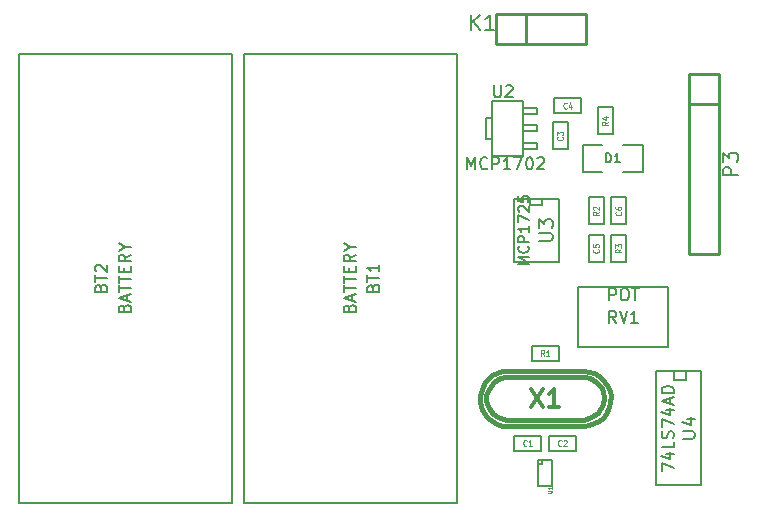
<source format=gto>
%FSLAX46Y46*%
G04 Gerber Fmt 4.6, Leading zero omitted, Abs format (unit mm)*
G04 Created by KiCad (PCBNEW (2014-jul-16 BZR unknown)-product) date ons  6 aug 2014 17:41:11*
%MOMM*%
G01*
G04 APERTURE LIST*
%ADD10C,0.150000*%
%ADD11C,0.127000*%
%ADD12C,0.254000*%
%ADD13C,0.203200*%
%ADD14C,0.381000*%
%ADD15C,0.114300*%
%ADD16C,0.060960*%
%ADD17C,0.200660*%
%ADD18C,0.304800*%
%ADD19C,0.152400*%
G04 APERTURE END LIST*
D10*
X163830000Y-85140000D02*
X172830000Y-85140000D01*
X172830000Y-85140000D02*
X172830000Y-123140000D01*
X172830000Y-123140000D02*
X163830000Y-123140000D01*
X163830000Y-123140000D02*
X154830000Y-123140000D01*
X154830000Y-123140000D02*
X154830000Y-85140000D01*
X154830000Y-85140000D02*
X163830000Y-85140000D01*
X144780000Y-123140000D02*
X135780000Y-123140000D01*
X135780000Y-123140000D02*
X135780000Y-85140000D01*
X135780000Y-85140000D02*
X144780000Y-85140000D01*
X144780000Y-85140000D02*
X153780000Y-85140000D01*
X153780000Y-85140000D02*
X153780000Y-123140000D01*
X153780000Y-123140000D02*
X144780000Y-123140000D01*
D11*
X179993000Y-118735000D02*
X177707000Y-118735000D01*
X177707000Y-118735000D02*
X177707000Y-117465000D01*
X177707000Y-117465000D02*
X179993000Y-117465000D01*
X179993000Y-117465000D02*
X179993000Y-118735000D01*
X182245000Y-90932000D02*
X182245000Y-93218000D01*
X182245000Y-93218000D02*
X180975000Y-93218000D01*
X180975000Y-93218000D02*
X180975000Y-90932000D01*
X180975000Y-90932000D02*
X182245000Y-90932000D01*
X181102000Y-88900000D02*
X183388000Y-88900000D01*
X183388000Y-88900000D02*
X183388000Y-90170000D01*
X183388000Y-90170000D02*
X181102000Y-90170000D01*
X181102000Y-90170000D02*
X181102000Y-88900000D01*
X185293000Y-100457000D02*
X185293000Y-102743000D01*
X185293000Y-102743000D02*
X184023000Y-102743000D01*
X184023000Y-102743000D02*
X184023000Y-100457000D01*
X184023000Y-100457000D02*
X185293000Y-100457000D01*
X187198000Y-97282000D02*
X187198000Y-99568000D01*
X187198000Y-99568000D02*
X185928000Y-99568000D01*
X185928000Y-99568000D02*
X185928000Y-97282000D01*
X185928000Y-97282000D02*
X187198000Y-97282000D01*
X188595000Y-95123000D02*
X188595000Y-92837000D01*
X188595000Y-92837000D02*
X186944000Y-92837000D01*
X185166000Y-95123000D02*
X183515000Y-95123000D01*
X183515000Y-95123000D02*
X183515000Y-92837000D01*
X183515000Y-92837000D02*
X185166000Y-92837000D01*
X186944000Y-95123000D02*
X188595000Y-95123000D01*
D12*
X178730000Y-84270000D02*
X183810000Y-84270000D01*
X183810000Y-84270000D02*
X183810000Y-81730000D01*
X183810000Y-81730000D02*
X178730000Y-81730000D01*
X176190000Y-81730000D02*
X178730000Y-81730000D01*
X178730000Y-81730000D02*
X178730000Y-84270000D01*
X176190000Y-81730000D02*
X176190000Y-84270000D01*
X176190000Y-84270000D02*
X178730000Y-84270000D01*
X195072000Y-89408000D02*
X195072000Y-102108000D01*
X195072000Y-102108000D02*
X192532000Y-102108000D01*
X192532000Y-102108000D02*
X192532000Y-89408000D01*
X195072000Y-86868000D02*
X195072000Y-89408000D01*
X195072000Y-89408000D02*
X192532000Y-89408000D01*
X195072000Y-86868000D02*
X192532000Y-86868000D01*
X192532000Y-86868000D02*
X192532000Y-89408000D01*
D11*
X181483000Y-111125000D02*
X179197000Y-111125000D01*
X179197000Y-111125000D02*
X179197000Y-109855000D01*
X179197000Y-109855000D02*
X181483000Y-109855000D01*
X181483000Y-109855000D02*
X181483000Y-111125000D01*
X185293000Y-97282000D02*
X185293000Y-99568000D01*
X185293000Y-99568000D02*
X184023000Y-99568000D01*
X184023000Y-99568000D02*
X184023000Y-97282000D01*
X184023000Y-97282000D02*
X185293000Y-97282000D01*
X187198000Y-100457000D02*
X187198000Y-102743000D01*
X187198000Y-102743000D02*
X185928000Y-102743000D01*
X185928000Y-102743000D02*
X185928000Y-100457000D01*
X185928000Y-100457000D02*
X187198000Y-100457000D01*
X186055000Y-89662000D02*
X186055000Y-91948000D01*
X186055000Y-91948000D02*
X184785000Y-91948000D01*
X184785000Y-91948000D02*
X184785000Y-89662000D01*
X184785000Y-89662000D02*
X186055000Y-89662000D01*
D10*
X190754000Y-104902000D02*
X190754000Y-109982000D01*
X190754000Y-109982000D02*
X183134000Y-109982000D01*
X183134000Y-109982000D02*
X183134000Y-104902000D01*
X183134000Y-104902000D02*
X190754000Y-104902000D01*
X180040000Y-119550000D02*
X180040000Y-119850000D01*
X180040000Y-119850000D02*
X179740000Y-119850000D01*
X179740000Y-121750000D02*
X180940000Y-121750000D01*
X180940000Y-119550000D02*
X179740000Y-119550000D01*
X179740000Y-119550000D02*
X179740000Y-121750000D01*
X180940000Y-121750000D02*
X180940000Y-119550000D01*
D11*
X179666900Y-90195400D02*
X179666900Y-89687400D01*
X179666900Y-89687400D02*
X178473100Y-89687400D01*
X179666900Y-90195400D02*
X178473100Y-90195400D01*
X179666900Y-91694000D02*
X178473100Y-91694000D01*
X179666900Y-91186000D02*
X178473100Y-91186000D01*
X179666900Y-91694000D02*
X179666900Y-91186000D01*
X179666900Y-93192600D02*
X179666900Y-92684600D01*
X179666900Y-92684600D02*
X178473100Y-92684600D01*
X179666900Y-93192600D02*
X178473100Y-93192600D01*
X175361600Y-92341700D02*
X175361600Y-90538300D01*
X175361600Y-90538300D02*
X175856900Y-90538300D01*
X175361600Y-92341700D02*
X175856900Y-92341700D01*
X178473100Y-93738700D02*
X175856900Y-93738700D01*
X175856900Y-93738700D02*
X175856900Y-89141300D01*
X175856900Y-89141300D02*
X178473100Y-89141300D01*
X178473100Y-89141300D02*
X178473100Y-93738700D01*
D13*
X193548000Y-112014000D02*
X193548000Y-121666000D01*
X193548000Y-121666000D02*
X189738000Y-121666000D01*
X189738000Y-121666000D02*
X189738000Y-112014000D01*
X189738000Y-112014000D02*
X193548000Y-112014000D01*
X192278000Y-112014000D02*
X192278000Y-112776000D01*
X192278000Y-112776000D02*
X191262000Y-112776000D01*
X191262000Y-112776000D02*
X191262000Y-112014000D01*
D14*
X185039000Y-113299240D02*
X185239660Y-113700560D01*
X185239660Y-113700560D02*
X185341260Y-114300000D01*
X185341260Y-114300000D02*
X185239660Y-114800380D01*
X185239660Y-114800380D02*
X184840880Y-115498880D01*
X184840880Y-115498880D02*
X184238900Y-115900200D01*
X184238900Y-115900200D02*
X183639460Y-116100860D01*
X183639460Y-116100860D02*
X177040540Y-116100860D01*
X177040540Y-116100860D02*
X176339500Y-115900200D01*
X176339500Y-115900200D02*
X175940720Y-115600480D01*
X175940720Y-115600480D02*
X175539400Y-115100100D01*
X175539400Y-115100100D02*
X175338740Y-114500660D01*
X175338740Y-114500660D02*
X175338740Y-114000280D01*
X175338740Y-114000280D02*
X175539400Y-113499900D01*
X175539400Y-113499900D02*
X176039780Y-112900460D01*
X176039780Y-112900460D02*
X176540160Y-112600740D01*
X176540160Y-112600740D02*
X177040540Y-112499140D01*
X177139600Y-112499140D02*
X183741060Y-112499140D01*
X183741060Y-112499140D02*
X184139840Y-112600740D01*
X184139840Y-112600740D02*
X184640220Y-112900460D01*
X184640220Y-112900460D02*
X185140600Y-113400840D01*
X177149760Y-111970820D02*
X176690020Y-112019080D01*
X176690020Y-112019080D02*
X176291240Y-112130840D01*
X176291240Y-112130840D02*
X175859440Y-112349280D01*
X175859440Y-112349280D02*
X175569880Y-112580420D01*
X175569880Y-112580420D02*
X175239680Y-112930940D01*
X175239680Y-112930940D02*
X174950120Y-113469420D01*
X174950120Y-113469420D02*
X174820580Y-114068860D01*
X174820580Y-114068860D02*
X174820580Y-114579400D01*
X174820580Y-114579400D02*
X174990760Y-115280440D01*
X174990760Y-115280440D02*
X175389540Y-115869720D01*
X175389540Y-115869720D02*
X175849280Y-116240560D01*
X175849280Y-116240560D02*
X176270920Y-116448840D01*
X176270920Y-116448840D02*
X176720500Y-116608860D01*
X176720500Y-116608860D02*
X177159920Y-116639340D01*
X184500520Y-116420900D02*
X184878980Y-116199920D01*
X184878980Y-116199920D02*
X185199020Y-115920520D01*
X185199020Y-115920520D02*
X185450480Y-115590320D01*
X185450480Y-115590320D02*
X185750200Y-115039140D01*
X185750200Y-115039140D02*
X185859420Y-114569240D01*
X185859420Y-114569240D02*
X185879740Y-114109500D01*
X185879740Y-114109500D02*
X185790840Y-113649760D01*
X185790840Y-113649760D02*
X185600340Y-113200180D01*
X185600340Y-113200180D02*
X185239660Y-112730280D01*
X185239660Y-112730280D02*
X184889140Y-112410240D01*
X184889140Y-112410240D02*
X184500520Y-112179100D01*
X184500520Y-112179100D02*
X184071260Y-112039400D01*
X184071260Y-112039400D02*
X183629300Y-111970820D01*
X177139600Y-116629180D02*
X183591200Y-116629180D01*
X183591200Y-116629180D02*
X184010300Y-116591080D01*
X184010300Y-116591080D02*
X184500520Y-116420900D01*
X177139600Y-111970820D02*
X183591200Y-111970820D01*
D11*
X180657000Y-117465000D02*
X182943000Y-117465000D01*
X182943000Y-117465000D02*
X182943000Y-118735000D01*
X182943000Y-118735000D02*
X180657000Y-118735000D01*
X180657000Y-118735000D02*
X180657000Y-117465000D01*
X177800000Y-97409000D02*
X177673000Y-97409000D01*
X177673000Y-97409000D02*
X177673000Y-102743000D01*
X181483000Y-102743000D02*
X181483000Y-97409000D01*
X181483000Y-97409000D02*
X177800000Y-97409000D01*
X180086000Y-97409000D02*
X180086000Y-97917000D01*
X180086000Y-97917000D02*
X179070000Y-97917000D01*
X179070000Y-97917000D02*
X179070000Y-97409000D01*
X181483000Y-102743000D02*
X177673000Y-102743000D01*
D10*
X165758571Y-104925714D02*
X165806190Y-104782857D01*
X165853810Y-104735238D01*
X165949048Y-104687619D01*
X166091905Y-104687619D01*
X166187143Y-104735238D01*
X166234762Y-104782857D01*
X166282381Y-104878095D01*
X166282381Y-105259048D01*
X165282381Y-105259048D01*
X165282381Y-104925714D01*
X165330000Y-104830476D01*
X165377619Y-104782857D01*
X165472857Y-104735238D01*
X165568095Y-104735238D01*
X165663333Y-104782857D01*
X165710952Y-104830476D01*
X165758571Y-104925714D01*
X165758571Y-105259048D01*
X165282381Y-104401905D02*
X165282381Y-103830476D01*
X166282381Y-104116191D02*
X165282381Y-104116191D01*
X166282381Y-102973333D02*
X166282381Y-103544762D01*
X166282381Y-103259048D02*
X165282381Y-103259048D01*
X165425238Y-103354286D01*
X165520476Y-103449524D01*
X165568095Y-103544762D01*
X163758571Y-106640000D02*
X163806190Y-106497143D01*
X163853810Y-106449524D01*
X163949048Y-106401905D01*
X164091905Y-106401905D01*
X164187143Y-106449524D01*
X164234762Y-106497143D01*
X164282381Y-106592381D01*
X164282381Y-106973334D01*
X163282381Y-106973334D01*
X163282381Y-106640000D01*
X163330000Y-106544762D01*
X163377619Y-106497143D01*
X163472857Y-106449524D01*
X163568095Y-106449524D01*
X163663333Y-106497143D01*
X163710952Y-106544762D01*
X163758571Y-106640000D01*
X163758571Y-106973334D01*
X163996667Y-106020953D02*
X163996667Y-105544762D01*
X164282381Y-106116191D02*
X163282381Y-105782858D01*
X164282381Y-105449524D01*
X163282381Y-105259048D02*
X163282381Y-104687619D01*
X164282381Y-104973334D02*
X163282381Y-104973334D01*
X163282381Y-104497143D02*
X163282381Y-103925714D01*
X164282381Y-104211429D02*
X163282381Y-104211429D01*
X163758571Y-103592381D02*
X163758571Y-103259047D01*
X164282381Y-103116190D02*
X164282381Y-103592381D01*
X163282381Y-103592381D01*
X163282381Y-103116190D01*
X164282381Y-102116190D02*
X163806190Y-102449524D01*
X164282381Y-102687619D02*
X163282381Y-102687619D01*
X163282381Y-102306666D01*
X163330000Y-102211428D01*
X163377619Y-102163809D01*
X163472857Y-102116190D01*
X163615714Y-102116190D01*
X163710952Y-102163809D01*
X163758571Y-102211428D01*
X163806190Y-102306666D01*
X163806190Y-102687619D01*
X163806190Y-101497143D02*
X164282381Y-101497143D01*
X163282381Y-101830476D02*
X163806190Y-101497143D01*
X163282381Y-101163809D01*
X142708571Y-104925714D02*
X142756190Y-104782857D01*
X142803810Y-104735238D01*
X142899048Y-104687619D01*
X143041905Y-104687619D01*
X143137143Y-104735238D01*
X143184762Y-104782857D01*
X143232381Y-104878095D01*
X143232381Y-105259048D01*
X142232381Y-105259048D01*
X142232381Y-104925714D01*
X142280000Y-104830476D01*
X142327619Y-104782857D01*
X142422857Y-104735238D01*
X142518095Y-104735238D01*
X142613333Y-104782857D01*
X142660952Y-104830476D01*
X142708571Y-104925714D01*
X142708571Y-105259048D01*
X142232381Y-104401905D02*
X142232381Y-103830476D01*
X143232381Y-104116191D02*
X142232381Y-104116191D01*
X142327619Y-103544762D02*
X142280000Y-103497143D01*
X142232381Y-103401905D01*
X142232381Y-103163809D01*
X142280000Y-103068571D01*
X142327619Y-103020952D01*
X142422857Y-102973333D01*
X142518095Y-102973333D01*
X142660952Y-103020952D01*
X143232381Y-103592381D01*
X143232381Y-102973333D01*
X144708571Y-106640000D02*
X144756190Y-106497143D01*
X144803810Y-106449524D01*
X144899048Y-106401905D01*
X145041905Y-106401905D01*
X145137143Y-106449524D01*
X145184762Y-106497143D01*
X145232381Y-106592381D01*
X145232381Y-106973334D01*
X144232381Y-106973334D01*
X144232381Y-106640000D01*
X144280000Y-106544762D01*
X144327619Y-106497143D01*
X144422857Y-106449524D01*
X144518095Y-106449524D01*
X144613333Y-106497143D01*
X144660952Y-106544762D01*
X144708571Y-106640000D01*
X144708571Y-106973334D01*
X144946667Y-106020953D02*
X144946667Y-105544762D01*
X145232381Y-106116191D02*
X144232381Y-105782858D01*
X145232381Y-105449524D01*
X144232381Y-105259048D02*
X144232381Y-104687619D01*
X145232381Y-104973334D02*
X144232381Y-104973334D01*
X144232381Y-104497143D02*
X144232381Y-103925714D01*
X145232381Y-104211429D02*
X144232381Y-104211429D01*
X144708571Y-103592381D02*
X144708571Y-103259047D01*
X145232381Y-103116190D02*
X145232381Y-103592381D01*
X144232381Y-103592381D01*
X144232381Y-103116190D01*
X145232381Y-102116190D02*
X144756190Y-102449524D01*
X145232381Y-102687619D02*
X144232381Y-102687619D01*
X144232381Y-102306666D01*
X144280000Y-102211428D01*
X144327619Y-102163809D01*
X144422857Y-102116190D01*
X144565714Y-102116190D01*
X144660952Y-102163809D01*
X144708571Y-102211428D01*
X144756190Y-102306666D01*
X144756190Y-102687619D01*
X144756190Y-101497143D02*
X145232381Y-101497143D01*
X144232381Y-101830476D02*
X144756190Y-101497143D01*
X144232381Y-101163809D01*
D15*
X178773800Y-118281429D02*
X178752029Y-118305619D01*
X178686715Y-118329810D01*
X178643172Y-118329810D01*
X178577857Y-118305619D01*
X178534315Y-118257238D01*
X178512543Y-118208857D01*
X178490772Y-118112095D01*
X178490772Y-118039524D01*
X178512543Y-117942762D01*
X178534315Y-117894381D01*
X178577857Y-117846000D01*
X178643172Y-117821810D01*
X178686715Y-117821810D01*
X178752029Y-117846000D01*
X178773800Y-117870190D01*
X179209229Y-118329810D02*
X178947972Y-118329810D01*
X179078600Y-118329810D02*
X179078600Y-117821810D01*
X179035057Y-117894381D01*
X178991515Y-117942762D01*
X178947972Y-117966952D01*
X181791429Y-92151200D02*
X181815619Y-92172971D01*
X181839810Y-92238285D01*
X181839810Y-92281828D01*
X181815619Y-92347143D01*
X181767238Y-92390685D01*
X181718857Y-92412457D01*
X181622095Y-92434228D01*
X181549524Y-92434228D01*
X181452762Y-92412457D01*
X181404381Y-92390685D01*
X181356000Y-92347143D01*
X181331810Y-92281828D01*
X181331810Y-92238285D01*
X181356000Y-92172971D01*
X181380190Y-92151200D01*
X181331810Y-91998800D02*
X181331810Y-91715771D01*
X181525333Y-91868171D01*
X181525333Y-91802857D01*
X181549524Y-91759314D01*
X181573714Y-91737543D01*
X181622095Y-91715771D01*
X181743048Y-91715771D01*
X181791429Y-91737543D01*
X181815619Y-91759314D01*
X181839810Y-91802857D01*
X181839810Y-91933485D01*
X181815619Y-91977028D01*
X181791429Y-91998800D01*
X182168800Y-89716429D02*
X182147029Y-89740619D01*
X182081715Y-89764810D01*
X182038172Y-89764810D01*
X181972857Y-89740619D01*
X181929315Y-89692238D01*
X181907543Y-89643857D01*
X181885772Y-89547095D01*
X181885772Y-89474524D01*
X181907543Y-89377762D01*
X181929315Y-89329381D01*
X181972857Y-89281000D01*
X182038172Y-89256810D01*
X182081715Y-89256810D01*
X182147029Y-89281000D01*
X182168800Y-89305190D01*
X182560686Y-89426143D02*
X182560686Y-89764810D01*
X182451829Y-89232619D02*
X182342972Y-89595476D01*
X182626000Y-89595476D01*
X184839429Y-101676200D02*
X184863619Y-101697971D01*
X184887810Y-101763285D01*
X184887810Y-101806828D01*
X184863619Y-101872143D01*
X184815238Y-101915685D01*
X184766857Y-101937457D01*
X184670095Y-101959228D01*
X184597524Y-101959228D01*
X184500762Y-101937457D01*
X184452381Y-101915685D01*
X184404000Y-101872143D01*
X184379810Y-101806828D01*
X184379810Y-101763285D01*
X184404000Y-101697971D01*
X184428190Y-101676200D01*
X184379810Y-101262543D02*
X184379810Y-101480257D01*
X184621714Y-101502028D01*
X184597524Y-101480257D01*
X184573333Y-101436714D01*
X184573333Y-101327857D01*
X184597524Y-101284314D01*
X184621714Y-101262543D01*
X184670095Y-101240771D01*
X184791048Y-101240771D01*
X184839429Y-101262543D01*
X184863619Y-101284314D01*
X184887810Y-101327857D01*
X184887810Y-101436714D01*
X184863619Y-101480257D01*
X184839429Y-101502028D01*
X186744429Y-98501200D02*
X186768619Y-98522971D01*
X186792810Y-98588285D01*
X186792810Y-98631828D01*
X186768619Y-98697143D01*
X186720238Y-98740685D01*
X186671857Y-98762457D01*
X186575095Y-98784228D01*
X186502524Y-98784228D01*
X186405762Y-98762457D01*
X186357381Y-98740685D01*
X186309000Y-98697143D01*
X186284810Y-98631828D01*
X186284810Y-98588285D01*
X186309000Y-98522971D01*
X186333190Y-98501200D01*
X186284810Y-98109314D02*
X186284810Y-98196400D01*
X186309000Y-98239943D01*
X186333190Y-98261714D01*
X186405762Y-98305257D01*
X186502524Y-98327028D01*
X186696048Y-98327028D01*
X186744429Y-98305257D01*
X186768619Y-98283485D01*
X186792810Y-98239943D01*
X186792810Y-98152857D01*
X186768619Y-98109314D01*
X186744429Y-98087543D01*
X186696048Y-98065771D01*
X186575095Y-98065771D01*
X186526714Y-98087543D01*
X186502524Y-98109314D01*
X186478333Y-98152857D01*
X186478333Y-98239943D01*
X186502524Y-98283485D01*
X186526714Y-98305257D01*
X186575095Y-98327028D01*
D11*
X185492572Y-94324714D02*
X185492572Y-93562714D01*
X185674000Y-93562714D01*
X185782857Y-93599000D01*
X185855429Y-93671571D01*
X185891714Y-93744143D01*
X185928000Y-93889286D01*
X185928000Y-93998143D01*
X185891714Y-94143286D01*
X185855429Y-94215857D01*
X185782857Y-94288429D01*
X185674000Y-94324714D01*
X185492572Y-94324714D01*
X186653714Y-94324714D02*
X186218286Y-94324714D01*
X186436000Y-94324714D02*
X186436000Y-93562714D01*
X186363429Y-93671571D01*
X186290857Y-93744143D01*
X186218286Y-93780429D01*
D13*
X174062619Y-83074524D02*
X174062619Y-81804524D01*
X174788333Y-83074524D02*
X174244048Y-82348810D01*
X174788333Y-81804524D02*
X174062619Y-82530238D01*
X175997857Y-83074524D02*
X175272143Y-83074524D01*
X175635000Y-83074524D02*
X175635000Y-81804524D01*
X175514048Y-81985952D01*
X175393095Y-82106905D01*
X175272143Y-82167381D01*
X196662524Y-95425381D02*
X195392524Y-95425381D01*
X195392524Y-94941572D01*
X195453000Y-94820619D01*
X195513476Y-94760143D01*
X195634429Y-94699667D01*
X195815857Y-94699667D01*
X195936810Y-94760143D01*
X195997286Y-94820619D01*
X196057762Y-94941572D01*
X196057762Y-95425381D01*
X195392524Y-94276333D02*
X195392524Y-93490143D01*
X195876333Y-93913476D01*
X195876333Y-93732048D01*
X195936810Y-93611095D01*
X195997286Y-93550619D01*
X196118238Y-93490143D01*
X196420619Y-93490143D01*
X196541571Y-93550619D01*
X196602048Y-93611095D01*
X196662524Y-93732048D01*
X196662524Y-94094905D01*
X196602048Y-94215857D01*
X196541571Y-94276333D01*
D15*
X180263800Y-110719810D02*
X180111400Y-110477905D01*
X180002543Y-110719810D02*
X180002543Y-110211810D01*
X180176715Y-110211810D01*
X180220257Y-110236000D01*
X180242029Y-110260190D01*
X180263800Y-110308571D01*
X180263800Y-110381143D01*
X180242029Y-110429524D01*
X180220257Y-110453714D01*
X180176715Y-110477905D01*
X180002543Y-110477905D01*
X180699229Y-110719810D02*
X180437972Y-110719810D01*
X180568600Y-110719810D02*
X180568600Y-110211810D01*
X180525057Y-110284381D01*
X180481515Y-110332762D01*
X180437972Y-110356952D01*
X184887810Y-98501200D02*
X184645905Y-98653600D01*
X184887810Y-98762457D02*
X184379810Y-98762457D01*
X184379810Y-98588285D01*
X184404000Y-98544743D01*
X184428190Y-98522971D01*
X184476571Y-98501200D01*
X184549143Y-98501200D01*
X184597524Y-98522971D01*
X184621714Y-98544743D01*
X184645905Y-98588285D01*
X184645905Y-98762457D01*
X184428190Y-98327028D02*
X184404000Y-98305257D01*
X184379810Y-98261714D01*
X184379810Y-98152857D01*
X184404000Y-98109314D01*
X184428190Y-98087543D01*
X184476571Y-98065771D01*
X184524952Y-98065771D01*
X184597524Y-98087543D01*
X184887810Y-98348800D01*
X184887810Y-98065771D01*
X186792810Y-101676200D02*
X186550905Y-101828600D01*
X186792810Y-101937457D02*
X186284810Y-101937457D01*
X186284810Y-101763285D01*
X186309000Y-101719743D01*
X186333190Y-101697971D01*
X186381571Y-101676200D01*
X186454143Y-101676200D01*
X186502524Y-101697971D01*
X186526714Y-101719743D01*
X186550905Y-101763285D01*
X186550905Y-101937457D01*
X186284810Y-101523800D02*
X186284810Y-101240771D01*
X186478333Y-101393171D01*
X186478333Y-101327857D01*
X186502524Y-101284314D01*
X186526714Y-101262543D01*
X186575095Y-101240771D01*
X186696048Y-101240771D01*
X186744429Y-101262543D01*
X186768619Y-101284314D01*
X186792810Y-101327857D01*
X186792810Y-101458485D01*
X186768619Y-101502028D01*
X186744429Y-101523800D01*
X185649810Y-90881200D02*
X185407905Y-91033600D01*
X185649810Y-91142457D02*
X185141810Y-91142457D01*
X185141810Y-90968285D01*
X185166000Y-90924743D01*
X185190190Y-90902971D01*
X185238571Y-90881200D01*
X185311143Y-90881200D01*
X185359524Y-90902971D01*
X185383714Y-90924743D01*
X185407905Y-90968285D01*
X185407905Y-91142457D01*
X185311143Y-90489314D02*
X185649810Y-90489314D01*
X185117619Y-90598171D02*
X185480476Y-90707028D01*
X185480476Y-90424000D01*
D10*
X186348762Y-107894381D02*
X186015428Y-107418190D01*
X185777333Y-107894381D02*
X185777333Y-106894381D01*
X186158286Y-106894381D01*
X186253524Y-106942000D01*
X186301143Y-106989619D01*
X186348762Y-107084857D01*
X186348762Y-107227714D01*
X186301143Y-107322952D01*
X186253524Y-107370571D01*
X186158286Y-107418190D01*
X185777333Y-107418190D01*
X186634476Y-106894381D02*
X186967809Y-107894381D01*
X187301143Y-106894381D01*
X188158286Y-107894381D02*
X187586857Y-107894381D01*
X187872571Y-107894381D02*
X187872571Y-106894381D01*
X187777333Y-107037238D01*
X187682095Y-107132476D01*
X187586857Y-107180095D01*
X185777333Y-105989381D02*
X185777333Y-104989381D01*
X186158286Y-104989381D01*
X186253524Y-105037000D01*
X186301143Y-105084619D01*
X186348762Y-105179857D01*
X186348762Y-105322714D01*
X186301143Y-105417952D01*
X186253524Y-105465571D01*
X186158286Y-105513190D01*
X185777333Y-105513190D01*
X186967809Y-104989381D02*
X187158286Y-104989381D01*
X187253524Y-105037000D01*
X187348762Y-105132238D01*
X187396381Y-105322714D01*
X187396381Y-105656048D01*
X187348762Y-105846524D01*
X187253524Y-105941762D01*
X187158286Y-105989381D01*
X186967809Y-105989381D01*
X186872571Y-105941762D01*
X186777333Y-105846524D01*
X186729714Y-105656048D01*
X186729714Y-105322714D01*
X186777333Y-105132238D01*
X186872571Y-105037000D01*
X186967809Y-104989381D01*
X187682095Y-104989381D02*
X188253524Y-104989381D01*
X187967809Y-105989381D02*
X187967809Y-104989381D01*
D16*
X180575868Y-122278358D02*
X180818498Y-122278358D01*
X180847043Y-122264086D01*
X180861315Y-122249813D01*
X180875588Y-122221269D01*
X180875588Y-122164179D01*
X180861315Y-122135634D01*
X180847043Y-122121362D01*
X180818498Y-122107090D01*
X180575868Y-122107090D01*
X180875588Y-121807370D02*
X180875588Y-121978638D01*
X180875588Y-121893004D02*
X180575868Y-121893004D01*
X180618685Y-121921549D01*
X180647230Y-121950094D01*
X180661502Y-121978638D01*
D17*
X176003736Y-87793165D02*
X176003736Y-88603304D01*
X176051391Y-88698614D01*
X176099047Y-88746270D01*
X176194357Y-88793925D01*
X176384978Y-88793925D01*
X176480289Y-88746270D01*
X176527944Y-88698614D01*
X176575599Y-88603304D01*
X176575599Y-87793165D01*
X177004496Y-87888475D02*
X177052151Y-87840820D01*
X177147462Y-87793165D01*
X177385738Y-87793165D01*
X177481048Y-87840820D01*
X177528704Y-87888475D01*
X177576359Y-87983786D01*
X177576359Y-88079096D01*
X177528704Y-88222062D01*
X176956841Y-88793925D01*
X177576359Y-88793925D01*
X173723783Y-94892465D02*
X173723783Y-93891705D01*
X174057370Y-94606533D01*
X174390957Y-93891705D01*
X174390957Y-94892465D01*
X175439372Y-94797154D02*
X175391717Y-94844810D01*
X175248751Y-94892465D01*
X175153441Y-94892465D01*
X175010475Y-94844810D01*
X174915164Y-94749499D01*
X174867509Y-94654189D01*
X174819854Y-94463568D01*
X174819854Y-94320602D01*
X174867509Y-94129981D01*
X174915164Y-94034670D01*
X175010475Y-93939360D01*
X175153441Y-93891705D01*
X175248751Y-93891705D01*
X175391717Y-93939360D01*
X175439372Y-93987015D01*
X175868269Y-94892465D02*
X175868269Y-93891705D01*
X176249511Y-93891705D01*
X176344822Y-93939360D01*
X176392477Y-93987015D01*
X176440132Y-94082326D01*
X176440132Y-94225291D01*
X176392477Y-94320602D01*
X176344822Y-94368257D01*
X176249511Y-94415912D01*
X175868269Y-94415912D01*
X177393237Y-94892465D02*
X176821374Y-94892465D01*
X177107305Y-94892465D02*
X177107305Y-93891705D01*
X177011995Y-94034670D01*
X176916684Y-94129981D01*
X176821374Y-94177636D01*
X177726824Y-93891705D02*
X178393997Y-93891705D01*
X177965100Y-94892465D01*
X178965860Y-93891705D02*
X179061171Y-93891705D01*
X179156481Y-93939360D01*
X179204136Y-93987015D01*
X179251792Y-94082326D01*
X179299447Y-94272947D01*
X179299447Y-94511223D01*
X179251792Y-94701844D01*
X179204136Y-94797154D01*
X179156481Y-94844810D01*
X179061171Y-94892465D01*
X178965860Y-94892465D01*
X178870550Y-94844810D01*
X178822894Y-94797154D01*
X178775239Y-94701844D01*
X178727584Y-94511223D01*
X178727584Y-94272947D01*
X178775239Y-94082326D01*
X178822894Y-93987015D01*
X178870550Y-93939360D01*
X178965860Y-93891705D01*
X179680689Y-93987015D02*
X179728344Y-93939360D01*
X179823655Y-93891705D01*
X180061931Y-93891705D01*
X180157241Y-93939360D01*
X180204897Y-93987015D01*
X180252552Y-94082326D01*
X180252552Y-94177636D01*
X180204897Y-94320602D01*
X179633034Y-94892465D01*
X180252552Y-94892465D01*
D11*
X191975619Y-117710857D02*
X192798095Y-117710857D01*
X192894857Y-117656429D01*
X192943238Y-117602000D01*
X192991619Y-117493143D01*
X192991619Y-117275429D01*
X192943238Y-117166571D01*
X192894857Y-117112143D01*
X192798095Y-117057714D01*
X191975619Y-117057714D01*
X192314286Y-116023571D02*
X192991619Y-116023571D01*
X191927238Y-116295714D02*
X192652952Y-116567857D01*
X192652952Y-115860285D01*
X190197619Y-120468571D02*
X190197619Y-119791238D01*
X191213619Y-120226666D01*
X190536286Y-118968762D02*
X191213619Y-118968762D01*
X190149238Y-119210666D02*
X190874952Y-119452571D01*
X190874952Y-118823619D01*
X191213619Y-117952762D02*
X191213619Y-118436571D01*
X190197619Y-118436571D01*
X191165238Y-117662476D02*
X191213619Y-117517333D01*
X191213619Y-117275429D01*
X191165238Y-117178667D01*
X191116857Y-117130286D01*
X191020095Y-117081905D01*
X190923333Y-117081905D01*
X190826571Y-117130286D01*
X190778190Y-117178667D01*
X190729810Y-117275429D01*
X190681429Y-117468952D01*
X190633048Y-117565714D01*
X190584667Y-117614095D01*
X190487905Y-117662476D01*
X190391143Y-117662476D01*
X190294381Y-117614095D01*
X190246000Y-117565714D01*
X190197619Y-117468952D01*
X190197619Y-117227048D01*
X190246000Y-117081905D01*
X190197619Y-116743238D02*
X190197619Y-116065905D01*
X191213619Y-116501333D01*
X190536286Y-115243429D02*
X191213619Y-115243429D01*
X190149238Y-115485333D02*
X190874952Y-115727238D01*
X190874952Y-115098286D01*
X190923333Y-114759619D02*
X190923333Y-114275810D01*
X191213619Y-114856381D02*
X190197619Y-114517714D01*
X191213619Y-114179048D01*
X191213619Y-113840381D02*
X190197619Y-113840381D01*
X190197619Y-113598476D01*
X190246000Y-113453334D01*
X190342762Y-113356572D01*
X190439524Y-113308191D01*
X190633048Y-113259810D01*
X190778190Y-113259810D01*
X190971714Y-113308191D01*
X191068476Y-113356572D01*
X191165238Y-113453334D01*
X191213619Y-113598476D01*
X191213619Y-113840381D01*
D18*
X179106285Y-113465429D02*
X180122285Y-114989429D01*
X180122285Y-113465429D02*
X179106285Y-114989429D01*
X181501143Y-114989429D02*
X180630286Y-114989429D01*
X181065714Y-114989429D02*
X181065714Y-113465429D01*
X180920571Y-113683143D01*
X180775429Y-113828286D01*
X180630286Y-113900857D01*
D15*
X181723800Y-118281429D02*
X181702029Y-118305619D01*
X181636715Y-118329810D01*
X181593172Y-118329810D01*
X181527857Y-118305619D01*
X181484315Y-118257238D01*
X181462543Y-118208857D01*
X181440772Y-118112095D01*
X181440772Y-118039524D01*
X181462543Y-117942762D01*
X181484315Y-117894381D01*
X181527857Y-117846000D01*
X181593172Y-117821810D01*
X181636715Y-117821810D01*
X181702029Y-117846000D01*
X181723800Y-117870190D01*
X181897972Y-117870190D02*
X181919743Y-117846000D01*
X181963286Y-117821810D01*
X182072143Y-117821810D01*
X182115686Y-117846000D01*
X182137457Y-117870190D01*
X182159229Y-117918571D01*
X182159229Y-117966952D01*
X182137457Y-118039524D01*
X181876200Y-118329810D01*
X182159229Y-118329810D01*
D19*
X179841071Y-100946857D02*
X180766357Y-100946857D01*
X180875214Y-100892429D01*
X180929643Y-100838000D01*
X180984071Y-100729143D01*
X180984071Y-100511429D01*
X180929643Y-100402571D01*
X180875214Y-100348143D01*
X180766357Y-100293714D01*
X179841071Y-100293714D01*
X179841071Y-99858285D02*
X179841071Y-99150714D01*
X180276500Y-99531714D01*
X180276500Y-99368428D01*
X180330929Y-99259571D01*
X180385357Y-99205142D01*
X180494214Y-99150714D01*
X180766357Y-99150714D01*
X180875214Y-99205142D01*
X180929643Y-99259571D01*
X180984071Y-99368428D01*
X180984071Y-99695000D01*
X180929643Y-99803857D01*
X180875214Y-99858285D01*
X178964167Y-102954667D02*
X178075167Y-102954667D01*
X178710167Y-102658334D01*
X178075167Y-102362001D01*
X178964167Y-102362001D01*
X178879500Y-101430667D02*
X178921833Y-101473001D01*
X178964167Y-101600001D01*
X178964167Y-101684667D01*
X178921833Y-101811667D01*
X178837167Y-101896334D01*
X178752500Y-101938667D01*
X178583167Y-101981001D01*
X178456167Y-101981001D01*
X178286833Y-101938667D01*
X178202167Y-101896334D01*
X178117500Y-101811667D01*
X178075167Y-101684667D01*
X178075167Y-101600001D01*
X178117500Y-101473001D01*
X178159833Y-101430667D01*
X178964167Y-101049667D02*
X178075167Y-101049667D01*
X178075167Y-100711001D01*
X178117500Y-100626334D01*
X178159833Y-100584001D01*
X178244500Y-100541667D01*
X178371500Y-100541667D01*
X178456167Y-100584001D01*
X178498500Y-100626334D01*
X178540833Y-100711001D01*
X178540833Y-101049667D01*
X178964167Y-99695001D02*
X178964167Y-100203001D01*
X178964167Y-99949001D02*
X178075167Y-99949001D01*
X178202167Y-100033667D01*
X178286833Y-100118334D01*
X178329167Y-100203001D01*
X178075167Y-99398667D02*
X178075167Y-98806000D01*
X178964167Y-99187000D01*
X178159833Y-98509667D02*
X178117500Y-98467333D01*
X178075167Y-98382667D01*
X178075167Y-98171000D01*
X178117500Y-98086333D01*
X178159833Y-98044000D01*
X178244500Y-98001667D01*
X178329167Y-98001667D01*
X178456167Y-98044000D01*
X178964167Y-98552000D01*
X178964167Y-98001667D01*
X178075167Y-97197333D02*
X178075167Y-97620666D01*
X178498500Y-97663000D01*
X178456167Y-97620666D01*
X178413833Y-97536000D01*
X178413833Y-97324333D01*
X178456167Y-97239666D01*
X178498500Y-97197333D01*
X178583167Y-97155000D01*
X178794833Y-97155000D01*
X178879500Y-97197333D01*
X178921833Y-97239666D01*
X178964167Y-97324333D01*
X178964167Y-97536000D01*
X178921833Y-97620666D01*
X178879500Y-97663000D01*
M02*

</source>
